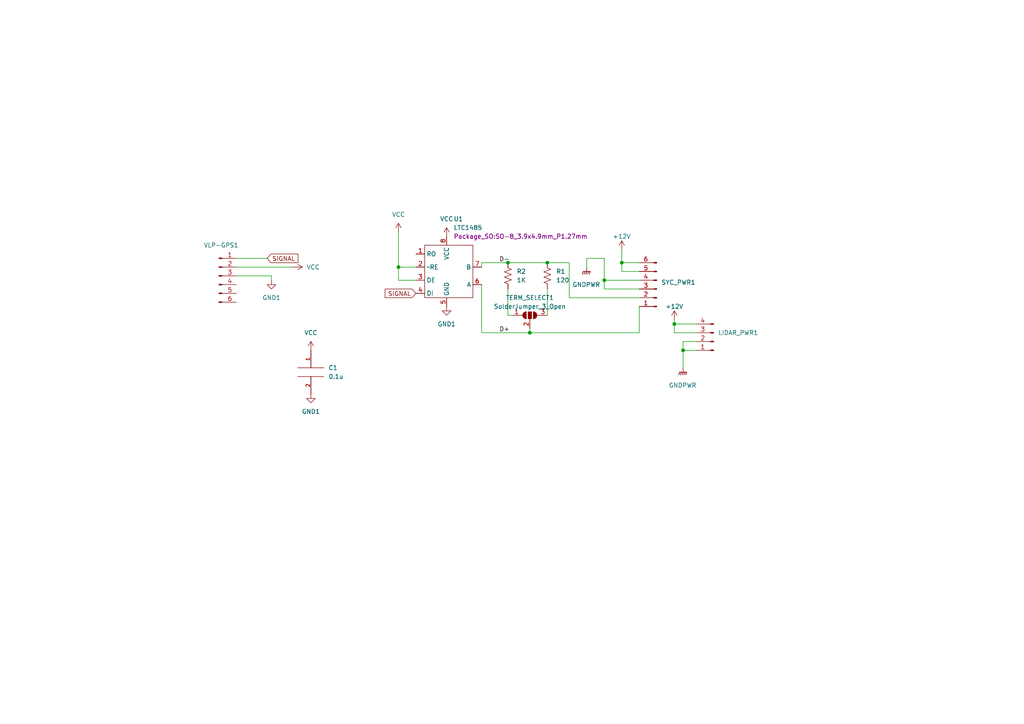
<source format=kicad_sch>
(kicad_sch (version 20230121) (generator eeschema)
  (paper "A4")
  (lib_symbols
    (symbol "Connector:Conn_01x04_Male" (pin_names (offset 1.016) hide)
      (property "Reference" "J" (at 0 5.08 0))
      (property "Value" "Conn_01x04_Male" (at 0 -7.62 0))
      (symbol "Conn_01x04_Male_1_1"
        (polyline (pts (xy 1.27 -5.08) (xy 0.8636 -5.08)) (stroke (width 0.1524)))
        (polyline (pts (xy 1.27 -2.54) (xy 0.8636 -2.54)) (stroke (width 0.1524)))
        (polyline (pts (xy 1.27 0) (xy 0.8636 0)) (stroke (width 0.1524)))
        (polyline (pts (xy 1.27 2.54) (xy 0.8636 2.54)) (stroke (width 0.1524)))
        (rectangle (start 0.8636 -4.953) (end 0 -5.207) (stroke (width 0.1524)) (fill (type outline)))
        (rectangle (start 0.8636 -2.413) (end 0 -2.667) (stroke (width 0.1524)) (fill (type outline)))
        (rectangle (start 0.8636 0.127) (end 0 -0.127) (stroke (width 0.1524)) (fill (type outline)))
        (rectangle (start 0.8636 2.667) (end 0 2.413) (stroke (width 0.1524)) (fill (type outline)))
        (pin passive line (at 5.08 2.54 180) (length 3.81) (name "Pin_1") (number "1"))
        (pin passive line (at 5.08 0 180) (length 3.81) (name "Pin_2") (number "2"))
        (pin passive line (at 5.08 -2.54 180) (length 3.81) (name "Pin_3") (number "3"))
        (pin passive line (at 5.08 -5.08 180) (length 3.81) (name "Pin_4") (number "4"))
      )
    )
    (symbol "Connector:Conn_01x06_Pin" (pin_names (offset 1.016) hide)
      (property "Reference" "J" (at 0 7.62 0))
      (property "Value" "Conn_01x06_Pin" (at 0 -10.16 0))
      (symbol "Conn_01x06_Pin_1_1"
        (polyline (pts (xy 1.27 -7.62) (xy 0.8636 -7.62)) (stroke (width 0.1524)))
        (polyline (pts (xy 1.27 -5.08) (xy 0.8636 -5.08)) (stroke (width 0.1524)))
        (polyline (pts (xy 1.27 -2.54) (xy 0.8636 -2.54)) (stroke (width 0.1524)))
        (polyline (pts (xy 1.27 0) (xy 0.8636 0)) (stroke (width 0.1524)))
        (polyline (pts (xy 1.27 2.54) (xy 0.8636 2.54)) (stroke (width 0.1524)))
        (polyline (pts (xy 1.27 5.08) (xy 0.8636 5.08)) (stroke (width 0.1524)))
        (rectangle (start 0.8636 -7.493) (end 0 -7.747) (stroke (width 0.1524)) (fill (type outline)))
        (rectangle (start 0.8636 -4.953) (end 0 -5.207) (stroke (width 0.1524)) (fill (type outline)))
        (rectangle (start 0.8636 -2.413) (end 0 -2.667) (stroke (width 0.1524)) (fill (type outline)))
        (rectangle (start 0.8636 0.127) (end 0 -0.127) (stroke (width 0.1524)) (fill (type outline)))
        (rectangle (start 0.8636 2.667) (end 0 2.413) (stroke (width 0.1524)) (fill (type outline)))
        (rectangle (start 0.8636 5.207) (end 0 4.953) (stroke (width 0.1524)) (fill (type outline)))
        (pin passive line (at 5.08 5.08 180) (length 3.81) (name "Pin_1") (number "1"))
        (pin passive line (at 5.08 2.54 180) (length 3.81) (name "Pin_2") (number "2"))
        (pin passive line (at 5.08 0 180) (length 3.81) (name "Pin_3") (number "3"))
        (pin passive line (at 5.08 -2.54 180) (length 3.81) (name "Pin_4") (number "4"))
        (pin passive line (at 5.08 -5.08 180) (length 3.81) (name "Pin_5") (number "5"))
        (pin passive line (at 5.08 -7.62 180) (length 3.81) (name "Pin_6") (number "6"))
      )
    )
    (symbol "Device:R_US" (pin_numbers hide) (pin_names (offset 0))
      (property "Reference" "R" (at 2.54 0 90))
      (property "Value" "R_US" (at -2.54 0 90))
      (symbol "R_US_0_1"
        (polyline (pts (xy 0 -2.286) (xy 0 -2.54)))
        (polyline (pts (xy 0 2.286) (xy 0 2.54)))
        (polyline (pts (xy 0 -0.762) (xy 1.016 -1.143) (xy 0 -1.524) (xy -1.016 -1.905) (xy 0 -2.286)))
        (polyline (pts (xy 0 0.762) (xy 1.016 0.381) (xy 0 0) (xy -1.016 -0.381) (xy 0 -0.762)))
        (polyline (pts (xy 0 2.286) (xy 1.016 1.905) (xy 0 1.524) (xy -1.016 1.143) (xy 0 0.762)))
      )
      (symbol "R_US_1_1"
        (pin passive line (at 0 3.81 270) (length 1.27) (name "~") (number "1"))
        (pin passive line (at 0 -3.81 90) (length 1.27) (name "~") (number "2"))
      )
    )
    (symbol "Jumper:SolderJumper_3_Open" (pin_names (offset 0) hide)
      (property "Reference" "JP" (at -2.54 -2.54 0))
      (property "Value" "SolderJumper_3_Open" (at 0 2.794 0))
      (symbol "SolderJumper_3_Open_0_1"
        (arc (start -1.016 1.016) (mid -2.0276 0) (end -1.016 -1.016))
        (arc (start -1.016 1.016) (mid -2.0276 0) (end -1.016 -1.016) (fill (type outline)))
        (rectangle (start -0.508 1.016) (end 0.508 -1.016) (fill (type outline)))
        (polyline (pts (xy -2.54 0) (xy -2.032 0)))
        (polyline (pts (xy -1.016 1.016) (xy -1.016 -1.016)))
        (polyline (pts (xy 0 -1.27) (xy 0 -1.016)))
        (polyline (pts (xy 1.016 1.016) (xy 1.016 -1.016)))
        (polyline (pts (xy 2.54 0) (xy 2.032 0)))
        (arc (start 1.016 -1.016) (mid 2.0276 0) (end 1.016 1.016))
        (arc (start 1.016 -1.016) (mid 2.0276 0) (end 1.016 1.016) (fill (type outline)))
      )
      (symbol "SolderJumper_3_Open_1_1"
        (pin passive line (at -5.08 0 0) (length 2.54) (name "A") (number "1"))
        (pin passive line (at 0 -3.81 90) (length 2.54) (name "C") (number "2"))
        (pin passive line (at 5.08 0 180) (length 2.54) (name "B") (number "3"))
      )
    )
    (symbol "LTC1485_1"
      (property "Reference" "U" (at 2.54 3.81 0))
      (property "Value" "LTC1485_1" (at -8.89 3.81 0))
      (property "Footprint" "Package_SO:SO-8_3.9x4.9mm_P1.27mm" (at 0 0 0))
      (symbol "LTC1485_1_0_1"
        (rectangle (start -7.62 1.27) (end 6.35 -13.97))
      )
      (symbol "LTC1485_1_1_1"
        (pin output line (at -10.16 -1.27 0) (length 2.54) (name "RO") (number "1"))
        (pin input line (at -10.16 -5.08 0) (length 2.54) (name "~RE") (number "2"))
        (pin input line (at -10.16 -8.89 0) (length 2.54) (name "DE") (number "3"))
        (pin input line (at -10.16 -12.7 0) (length 2.54) (name "DI") (number "4"))
        (pin power_in line (at -1.27 -16.51 90) (length 2.54) (name "GND") (number "5"))
        (pin bidirectional line (at 8.89 -10.16 180) (length 2.54) (name "A") (number "6"))
        (pin bidirectional line (at 8.89 -5.08 180) (length 2.54) (name "B") (number "7"))
        (pin power_in line (at -1.27 3.81 270) (length 2.54) (name "VCC") (number "8"))
      )
    )
    (symbol "power:+12V" (power) (pin_names (offset 0))
      (property "Value" "+12V" (at 0 3.556 0))
      (symbol "+12V_0_1"
        (polyline (pts (xy -0.762 1.27) (xy 0 2.54)))
        (polyline (pts (xy 0 0) (xy 0 2.54)))
        (polyline (pts (xy 0 2.54) (xy 0.762 1.27)))
      )
      (symbol "+12V_1_1"
        (pin power_in line (at 0 0 90) (length 0) hide (name "+12V") (number "1"))
      )
    )
    (symbol "power:GND1" (power) (pin_names (offset 0))
      (property "Value" "GND1" (at 0 -3.81 0))
      (symbol "GND1_0_1"
        (polyline (pts (xy 0 0) (xy 0 -1.27) (xy 1.27 -1.27) (xy 0 -2.54) (xy -1.27 -1.27) (xy 0 -1.27)))
      )
      (symbol "GND1_1_1"
        (pin power_in line (at 0 0 270) (length 0) hide (name "GND1") (number "1"))
      )
    )
    (symbol "power:GNDPWR" (power) (pin_names (offset 0))
      (property "Value" "GNDPWR" (at 0 -3.302 0))
      (symbol "GNDPWR_0_1"
        (polyline (pts (xy 0 -1.27) (xy 0 0)))
        (polyline (pts (xy -1.016 -1.27) (xy -1.27 -2.032) (xy -1.27 -2.032)) (stroke (width 0.2032)))
        (polyline (pts (xy -0.508 -1.27) (xy -0.762 -2.032) (xy -0.762 -2.032)) (stroke (width 0.2032)))
        (polyline (pts (xy 0 -1.27) (xy -0.254 -2.032) (xy -0.254 -2.032)) (stroke (width 0.2032)))
        (polyline (pts (xy 0.508 -1.27) (xy 0.254 -2.032) (xy 0.254 -2.032)) (stroke (width 0.2032)))
        (polyline (pts (xy 1.016 -1.27) (xy -1.016 -1.27) (xy -1.016 -1.27)) (stroke (width 0.2032)))
        (polyline (pts (xy 1.016 -1.27) (xy 0.762 -2.032) (xy 0.762 -2.032) (xy 0.762 -2.032)) (stroke (width 0.2032)))
      )
      (symbol "GNDPWR_1_1"
        (pin power_in line (at 0 0 270) (length 0) hide (name "GNDPWR") (number "1"))
      )
    )
    (symbol "power:VCC" (power) (pin_names (offset 0))
      (property "Value" "VCC" (at 0 3.81 0))
      (symbol "VCC_0_1"
        (polyline (pts (xy -0.762 1.27) (xy 0 2.54)))
        (polyline (pts (xy 0 0) (xy 0 2.54)))
        (polyline (pts (xy 0 2.54) (xy 0.762 1.27)))
      )
      (symbol "VCC_1_1"
        (pin power_in line (at 0 0 90) (length 0) hide (name "VCC") (number "1"))
      )
    )
    (symbol "pspice:CAP" (pin_names (offset 0.254))
      (property "Reference" "C" (at 2.54 3.81 90))
      (property "Value" "CAP" (at 2.54 -3.81 90))
      (symbol "CAP_0_1"
        (polyline (pts (xy -3.81 -1.27) (xy 3.81 -1.27)))
        (polyline (pts (xy -3.81 1.27) (xy 3.81 1.27)))
      )
      (symbol "CAP_1_1"
        (pin passive line (at 0 6.35 270) (length 5.08) (name "~") (number "1"))
        (pin passive line (at 0 -6.35 90) (length 5.08) (name "~") (number "2"))
      )
    )
  )
  (junction (at 198.12 101.6))
  (junction (at 195.58 93.98))
  (junction (at 158.75 76.2))
  (junction (at 153.67 96.52))
  (junction (at 175.26 81.28))
  (junction (at 180.34 76.2))
  (junction (at 115.57 77.47))
  (junction (at 147.32 76.2))
  (wire (pts (xy 185.42 96.52) (xy 185.42 88.9)))
  (wire (pts (xy 147.32 76.2) (xy 158.75 76.2)))
  (wire (pts (xy 185.42 78.74) (xy 180.34 78.74)))
  (wire (pts (xy 115.57 67.31) (xy 115.57 77.47)))
  (wire (pts (xy 78.74 80.01) (xy 78.74 81.28)))
  (wire (pts (xy 68.58 74.93) (xy 77.47 74.93)))
  (wire (pts (xy 68.58 77.47) (xy 85.09 77.47)))
  (wire (pts (xy 148.59 91.44) (xy 147.32 91.44)))
  (wire (pts (xy 180.34 78.74) (xy 180.34 76.2)))
  (wire (pts (xy 185.42 81.28) (xy 175.26 81.28)))
  (wire (pts (xy 139.7 76.2) (xy 139.7 77.47)))
  (wire (pts (xy 115.57 81.28) (xy 115.57 77.47)))
  (wire (pts (xy 195.58 93.98) (xy 201.93 93.98)))
  (wire (pts (xy 175.26 74.93) (xy 170.18 74.93)))
  (wire (pts (xy 198.12 101.6) (xy 198.12 99.06)))
  (wire (pts (xy 153.67 96.52) (xy 185.42 96.52)))
  (wire (pts (xy 185.42 86.36) (xy 165.1 86.36)))
  (wire (pts (xy 198.12 99.06) (xy 201.93 99.06)))
  (wire (pts (xy 180.34 76.2) (xy 185.42 76.2)))
  (wire (pts (xy 158.75 83.82) (xy 158.75 91.44)))
  (wire (pts (xy 170.18 74.93) (xy 170.18 77.47)))
  (wire (pts (xy 158.75 76.2) (xy 165.1 76.2)))
  (wire (pts (xy 175.26 83.82) (xy 175.26 81.28)))
  (wire (pts (xy 198.12 101.6) (xy 201.93 101.6)))
  (wire (pts (xy 139.7 96.52) (xy 153.67 96.52)))
  (wire (pts (xy 195.58 96.52) (xy 195.58 93.98)))
  (wire (pts (xy 139.7 96.52) (xy 139.7 82.55)))
  (wire (pts (xy 120.65 81.28) (xy 115.57 81.28)))
  (wire (pts (xy 68.58 80.01) (xy 78.74 80.01)))
  (wire (pts (xy 165.1 76.2) (xy 165.1 86.36)))
  (wire (pts (xy 153.67 95.25) (xy 153.67 96.52)))
  (wire (pts (xy 139.7 76.2) (xy 147.32 76.2)))
  (wire (pts (xy 198.12 106.68) (xy 198.12 101.6)))
  (wire (pts (xy 115.57 77.47) (xy 120.65 77.47)))
  (wire (pts (xy 180.34 76.2) (xy 180.34 72.39)))
  (wire (pts (xy 201.93 96.52) (xy 195.58 96.52)))
  (wire (pts (xy 195.58 93.98) (xy 195.58 92.71)))
  (wire (pts (xy 185.42 83.82) (xy 175.26 83.82)))
  (wire (pts (xy 147.32 91.44) (xy 147.32 83.82)))
  (wire (pts (xy 175.26 81.28) (xy 175.26 74.93)))
  (label "D-" (at 144.78 76.2 0))
  (label "D+" (at 144.78 96.52 0))
  (global_label "SIGNAL" (shape input) (at 77.47 74.93 0) (property "Intersheetrefs" "${INTERSHEET_REFS}" (effects hide)))
  (global_label "SIGNAL" (shape input) (at 120.65 85.09 180) (property "Intersheetrefs" "${INTERSHEET_REFS}" (effects hide)))
  (symbol (lib_id "power:VCC") (at 115.57 67.31 0) (unit 1)
    (property "Reference" "#PWR05" (effects hide))
    (property "Value" "VCC" (at 115.57 62.23 0))
  )
  (symbol (lib_id "power:VCC") (at 129.54 68.58 0) (unit 1)
    (property "Reference" "#PWR06" (effects hide))
    (property "Value" "VCC" (at 129.54 63.5 0))
  )
  (symbol (lib_id "pspice:CAP") (at 90.17 107.95 0) (unit 1)
    (property "Reference" "C1" (at 95.25 106.6799 0) (effects (justify left)))
    (property "Value" "0.1u" (at 95.25 109.2199 0) (effects (justify left)))
    (property "Footprint" "Capacitor_SMD:C_0603_1608Metric" (effects hide))
  )
  (symbol (lib_id "Jumper:SolderJumper_3_Open") (at 153.67 91.44 0) (unit 1)
    (property "Reference" "TERM_SELECT1" (at 153.67 86.36 0))
    (property "Value" "SolderJumper_3_Open" (at 153.67 88.9 0))
    (property "Footprint" "Jumper:SolderJumper-3_P1.3mm_Open_Pad1.0x1.5mm" (effects hide))
  )
  (symbol (lib_id "Device:R_US") (at 147.32 80.01 0) (unit 1)
    (property "Reference" "R2" (at 149.86 78.7399 0) (effects (justify left)))
    (property "Value" "1K" (at 149.86 81.2799 0) (effects (justify left)))
    (property "Footprint" "Resistor_SMD:R_0603_1608Metric" (effects hide))
  )
  (symbol (lib_id "power:GNDPWR") (at 170.18 77.47 0) (unit 1)
    (property "Reference" "#PWR09" (effects hide))
    (property "Value" "GNDPWR" (at 170.053 82.55 0))
  )
  (symbol (lib_id "Connector:Conn_01x06_Pin") (at 190.5 83.82 180) (unit 1)
    (property "Reference" "SYC_PWR1" (at 191.77 81.915 0) (effects (justify right)))
    (property "Value" "Conn_01x06_Pin" (effects hide))
    (property "Footprint" "Connector_JST:JST_XA_S06B-XASK-1N-BN_1x06_P2.50mm_Horizontal" (effects hide))
  )
  (symbol (lib_id "power:GND1") (at 129.54 88.9 0) (unit 1)
    (property "Reference" "#PWR07" (effects hide))
    (property "Value" "GND1" (at 129.54 93.98 0))
  )
  (symbol (lib_id "power:GND1") (at 78.74 81.28 0) (unit 1)
    (property "Reference" "#PWR01" (effects hide))
    (property "Value" "GND1" (at 78.74 86.36 0))
  )
  (symbol (lib_id "Connector:Conn_01x06_Pin") (at 63.5 80.01 0) (unit 1)
    (property "Reference" "VLP-GPS1" (at 64.135 71.12 0))
    (property "Value" "Conn_01x06_Pin" (effects hide))
    (property "Footprint" "Connector_JST:JST_SH_SM06B-SRSS-TB_1x06-1MP_P1.00mm_Horizontal" (effects hide))
  )
  (symbol (lib_id "Device:R_US") (at 158.75 80.01 0) (unit 1)
    (property "Reference" "R1" (at 161.29 78.7399 0) (effects (justify left)))
    (property "Value" "120" (at 161.29 81.2799 0) (effects (justify left)))
    (property "Footprint" "Resistor_SMD:R_0603_1608Metric" (effects hide))
  )
  (symbol (lib_id "power:+12V") (at 195.58 92.71 0) (unit 1)
    (property "Reference" "#PWR011" (effects hide))
    (property "Value" "+12V" (at 195.58 88.9 0))
  )
  (symbol (lib_id "power:GNDPWR") (at 198.12 106.68 0) (unit 1)
    (property "Reference" "#PWR08" (effects hide))
    (property "Value" "GNDPWR" (at 197.993 111.76 0))
  )
  (symbol (lib_id "power:VCC") (at 85.09 77.47 270) (unit 1)
    (property "Reference" "#PWR02" (effects hide))
    (property "Value" "VCC" (at 88.9 77.4699 90) (effects (justify left)))
  )
  (symbol (lib_name "LTC1485_1") (lib_id "sync:LTC1485") (at 130.81 72.39 0) (unit 1)
    (property "Reference" "U1" (at 131.5594 63.5 0) (effects (justify left)))
    (property "Value" "LTC1485" (at 131.5594 66.04 0) (effects (justify left)))
    (property "Footprint" "Package_SO:SO-8_3.9x4.9mm_P1.27mm" (at 131.5594 68.58 0) (effects (justify left)))
    (property "Datasheet" "https://www.analog.com/media/en/technical-documentation/data-sheets/1485fb.pdf" (effects hide))
  )
  (symbol (lib_id "power:GND1") (at 90.17 114.3 0) (unit 1)
    (property "Reference" "#PWR04" (effects hide))
    (property "Value" "GND1" (at 90.17 119.38 0))
  )
  (symbol (lib_id "Connector:Conn_01x04_Male") (at 207.01 99.06 180) (unit 1)
    (property "Reference" "LIDAR_PWR1" (at 208.28 96.5199 0) (effects (justify right)))
    (property "Value" "Conn_01x04_Male" (effects hide))
    (property "Footprint" "Connector_JST:JST_XA_S04B-XASK-1N-BN_1x04_P2.50mm_Horizontal" (effects hide))
  )
  (symbol (lib_id "power:VCC") (at 90.17 101.6 0) (unit 1)
    (property "Reference" "#PWR03" (effects hide))
    (property "Value" "VCC" (at 90.17 96.52 0))
  )
  (symbol (lib_id "power:+12V") (at 180.34 72.39 0) (unit 1)
    (property "Reference" "#PWR010" (effects hide))
    (property "Value" "+12V" (at 180.34 68.58 0))
  )
)
</source>
